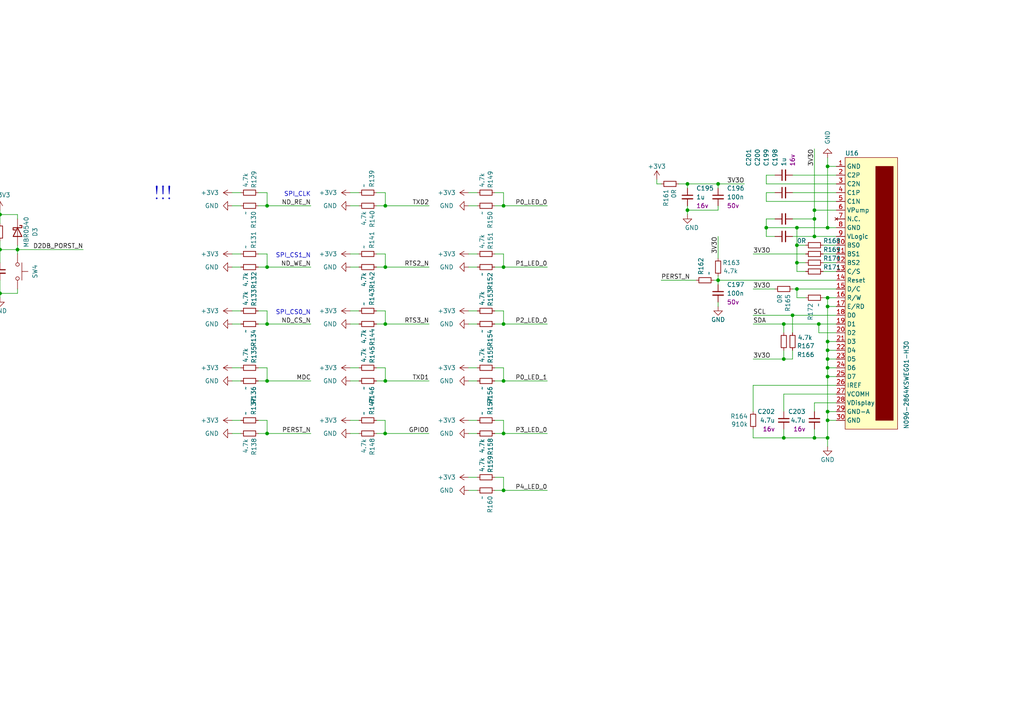
<source format=kicad_sch>
(kicad_sch (version 20211123) (generator eeschema)
  (paper "A4")
  (lib_symbols
    (symbol "Connector:TestPoint" (pin_numbers hide) (pin_names (offset 0.762) hide)
      (property "Reference" "TP" (at 0 6.858 0))
      (property "Value" "TestPoint" (at 0 5.08 0))
      (symbol "TestPoint_0_1"
        (circle (center 0 3.302) (radius 0.762))
      )
      (symbol "TestPoint_1_1"
        (pin passive line (at 0 0 90) (length 2.54) (name "1") (number "1"))
      )
    )
    (symbol "Device:C_Small" (pin_numbers hide) (pin_names (offset 0.254) hide)
      (property "Reference" "C" (at 0.254 1.778 0))
      (property "Value" "C_Small" (at 0.254 -2.032 0))
      (symbol "C_Small_0_1"
        (polyline (pts (xy -1.524 -0.508) (xy 1.524 -0.508)) (stroke (width 0.3302)))
        (polyline (pts (xy -1.524 0.508) (xy 1.524 0.508)) (stroke (width 0.3048)))
      )
      (symbol "C_Small_1_1"
        (pin passive line (at 0 2.54 270) (length 2.032) (name "~") (number "1"))
        (pin passive line (at 0 -2.54 90) (length 2.032) (name "~") (number "2"))
      )
    )
    (symbol "Device:LED_Small" (pin_numbers hide) (pin_names (offset 0.254) hide)
      (property "Reference" "D" (at -1.27 3.175 0))
      (property "Value" "LED_Small" (at -4.445 -2.54 0))
      (symbol "LED_Small_0_1"
        (polyline (pts (xy -0.762 -1.016) (xy -0.762 1.016)) (stroke (width 0.254)))
        (polyline (pts (xy 1.016 0) (xy -0.762 0)))
        (polyline (pts (xy 0.762 -1.016) (xy -0.762 0) (xy 0.762 1.016) (xy 0.762 -1.016)) (stroke (width 0.254)))
        (polyline (pts (xy 0 0.762) (xy -0.508 1.27) (xy -0.254 1.27) (xy -0.508 1.27) (xy -0.508 1.016)))
        (polyline (pts (xy 0.508 1.27) (xy 0 1.778) (xy 0.254 1.778) (xy 0 1.778) (xy 0 1.524)))
      )
      (symbol "LED_Small_1_1"
        (pin passive line (at -2.54 0 0) (length 1.778) (name "K") (number "1"))
        (pin passive line (at 2.54 0 180) (length 1.778) (name "A") (number "2"))
      )
    )
    (symbol "Device:R_Small" (pin_numbers hide) (pin_names (offset 0.254) hide)
      (property "Reference" "R" (at 0.762 0.508 0))
      (property "Value" "R_Small" (at 0.762 -1.016 0))
      (symbol "R_Small_0_1"
        (rectangle (start -0.762 1.778) (end 0.762 -1.778) (stroke (width 0.2032)))
      )
      (symbol "R_Small_1_1"
        (pin passive line (at 0 2.54 270) (length 0.762) (name "~") (number "1"))
        (pin passive line (at 0 -2.54 90) (length 0.762) (name "~") (number "2"))
      )
    )
    (symbol "Diode:MBR0540" (pin_numbers hide) (pin_names (offset 1.016) hide)
      (property "Reference" "D" (at 0 2.54 0))
      (property "Value" "MBR0540" (at 0 -2.54 0))
      (symbol "MBR0540_0_1"
        (polyline (pts (xy 1.27 0) (xy -1.27 0)))
        (polyline (pts (xy 1.27 1.27) (xy 1.27 -1.27) (xy -1.27 0) (xy 1.27 1.27)) (stroke (width 0.254)))
        (polyline (pts (xy -1.905 0.635) (xy -1.905 1.27) (xy -1.27 1.27) (xy -1.27 -1.27) (xy -0.635 -1.27) (xy -0.635 -0.635)) (stroke (width 0.254)))
      )
      (symbol "MBR0540_1_1"
        (pin passive line (at -3.81 0 0) (length 2.54) (name "K") (number "1"))
        (pin passive line (at 3.81 0 180) (length 2.54) (name "A") (number "2"))
      )
    )
    (symbol "MAS_Module:SSD1306-OLED-0.96"
      (property "Reference" "U" (at -1.27 3.81 0))
      (property "Value" "SSD1306-OLED-0.96" (at -1.27 6.35 0))
      (symbol "SSD1306-OLED-0.96_0_1"
        (rectangle (start 0 2.54) (end 15.24 -76.2) (fill (type background)))
        (rectangle (start 8.89 0) (end 13.97 -73.66) (fill (type outline)))
      )
      (symbol "SSD1306-OLED-0.96_1_1"
        (pin power_in line (at -2.54 0 0) (length 2.54) (name "GND") (number "1"))
        (pin input line (at -2.54 -22.86 0) (length 2.54) (name "BS0") (number "10"))
        (pin input line (at -2.54 -25.4 0) (length 2.54) (name "BS1") (number "11"))
        (pin input line (at -2.54 -27.94 0) (length 2.54) (name "BS2") (number "12"))
        (pin input line (at -2.54 -30.48 0) (length 2.54) (name "C/S") (number "13"))
        (pin input line (at -2.54 -33.02 0) (length 2.54) (name "Reset") (number "14"))
        (pin input line (at -2.54 -35.56 0) (length 2.54) (name "D/C") (number "15"))
        (pin input line (at -2.54 -38.1 0) (length 2.54) (name "R/W") (number "16"))
        (pin input line (at -2.54 -40.64 0) (length 2.54) (name "E/RD") (number "17"))
        (pin input line (at -2.54 -43.18 0) (length 2.54) (name "D0") (number "18"))
        (pin input line (at -2.54 -45.72 0) (length 2.54) (name "D1") (number "19"))
        (pin bidirectional line (at -2.54 -2.54 0) (length 2.54) (name "C2P") (number "2"))
        (pin input line (at -2.54 -48.26 0) (length 2.54) (name "D2") (number "20"))
        (pin input line (at -2.54 -50.8 0) (length 2.54) (name "D3") (number "21"))
        (pin input line (at -2.54 -53.34 0) (length 2.54) (name "D4") (number "22"))
        (pin input line (at -2.54 -55.88 0) (length 2.54) (name "D5") (number "23"))
        (pin input line (at -2.54 -58.42 0) (length 2.54) (name "D6") (number "24"))
        (pin input line (at -2.54 -60.96 0) (length 2.54) (name "D7") (number "25"))
        (pin power_in line (at -2.54 -63.5 0) (length 2.54) (name "IREF") (number "26"))
        (pin power_in line (at -2.54 -66.04 0) (length 2.54) (name "VCOMH") (number "27"))
        (pin power_in line (at -2.54 -68.58 0) (length 2.54) (name "VDisplay") (number "28"))
        (pin power_in line (at -2.54 -71.12 0) (length 2.54) (name "GND-A") (number "29"))
        (pin bidirectional line (at -2.54 -5.08 0) (length 2.54) (name "C2N") (number "3"))
        (pin power_in line (at -2.54 -73.66 0) (length 2.54) (name "GND") (number "30"))
        (pin bidirectional line (at -2.54 -7.62 0) (length 2.54) (name "C1P") (number "4"))
        (pin bidirectional line (at -2.54 -10.16 0) (length 2.54) (name "C1N") (number "5"))
        (pin power_in line (at -2.54 -12.7 0) (length 2.54) (name "VPump") (number "6"))
        (pin no_connect line (at -2.54 -15.24 0) (length 2.54) (name "N.C.") (number "7"))
        (pin power_in line (at -2.54 -17.78 0) (length 2.54) (name "GND") (number "8"))
        (pin power_in line (at -2.54 -20.32 0) (length 2.54) (name "VLogic") (number "9"))
      )
    )
    (symbol "Switch:SW_Push" (pin_numbers hide) (pin_names (offset 1.016) hide)
      (property "Reference" "SW" (at 1.27 2.54 0))
      (property "Value" "SW_Push" (at 0 -1.524 0))
      (symbol "SW_Push_0_1"
        (circle (center -2.032 0) (radius 0.508))
        (polyline (pts (xy 0 1.27) (xy 0 3.048)))
        (polyline (pts (xy 2.54 1.27) (xy -2.54 1.27)))
        (circle (center 2.032 0) (radius 0.508))
        (pin passive line (at -5.08 0 0) (length 2.54) (name "1") (number "1"))
        (pin passive line (at 5.08 0 180) (length 2.54) (name "2") (number "2"))
      )
    )
    (symbol "Transistor_BJT:BC817" (pin_names (offset 0) hide)
      (property "Reference" "Q" (at 5.08 1.905 0))
      (property "Value" "BC817" (at 5.08 0 0))
      (symbol "BC817_0_1"
        (polyline (pts (xy 0.635 0.635) (xy 2.54 2.54)))
        (polyline (pts (xy 0.635 -0.635) (xy 2.54 -2.54) (xy 2.54 -2.54)))
        (polyline (pts (xy 0.635 1.905) (xy 0.635 -1.905) (xy 0.635 -1.905)) (stroke (width 0.508)))
        (polyline (pts (xy 1.27 -1.778) (xy 1.778 -1.27) (xy 2.286 -2.286) (xy 1.27 -1.778) (xy 1.27 -1.778)) (fill (type outline)))
        (circle (center 1.27 0) (radius 2.8194) (stroke (width 0.254)))
      )
      (symbol "BC817_1_1"
        (pin input line (at -5.08 0 0) (length 5.715) (name "B") (number "1"))
        (pin passive line (at 2.54 -5.08 90) (length 2.54) (name "E") (number "2"))
        (pin passive line (at 2.54 5.08 270) (length 2.54) (name "C") (number "3"))
      )
    )
    (symbol "main-rescue:+3.3V-power" (power) (pin_names (offset 0))
      (property "Value" "+3.3V-power" (at 0 3.556 0))
      (symbol "+3.3V-power_0_1"
        (polyline (pts (xy -0.762 1.27) (xy 0 2.54)))
        (polyline (pts (xy 0 0) (xy 0 2.54)))
        (polyline (pts (xy 0 2.54) (xy 0.762 1.27)))
      )
      (symbol "+3.3V-power_1_1"
        (pin power_in line (at 0 0 90) (length 0) hide (name "+3V3") (number "1"))
      )
    )
    (symbol "power:GND" (power) (pin_names (offset 0))
      (property "Value" "GND" (at 0 -3.81 0))
      (symbol "GND_0_1"
        (polyline (pts (xy 0 0) (xy 0 -1.27) (xy 1.27 -1.27) (xy 0 -2.54) (xy -1.27 -1.27) (xy 0 -1.27)))
      )
      (symbol "GND_1_1"
        (pin power_in line (at 0 0 270) (length 0) hide (name "GND") (number "1"))
      )
    )
  )
  (junction (at 208.28 53.34))
  (junction (at 236.22 60.96))
  (junction (at 208.28 81.28))
  (junction (at 240.03 99.06))
  (junction (at 240.03 104.14))
  (junction (at 240.03 119.38))
  (junction (at 5.08 72.39))
  (junction (at 236.22 63.5))
  (junction (at -54.61 114.3))
  (junction (at 146.05 142.24))
  (junction (at 146.05 93.98))
  (junction (at 111.76 93.98))
  (junction (at 231.14 66.04))
  (junction (at 240.03 101.6))
  (junction (at 146.05 77.47))
  (junction (at 240.03 66.04))
  (junction (at 240.03 106.68))
  (junction (at 111.7147 125.73))
  (junction (at 231.14 83.82))
  (junction (at 77.47 77.47))
  (junction (at 77.47 93.98))
  (junction (at 111.76 110.49))
  (junction (at 111.76 59.69))
  (junction (at 77.47 59.69))
  (junction (at 227.33 127))
  (junction (at 237.49 93.98))
  (junction (at 231.14 76.2))
  (junction (at 77.47 110.49))
  (junction (at 240.03 86.36))
  (junction (at 199.39 60.96))
  (junction (at 227.33 93.98))
  (junction (at 240.03 127))
  (junction (at -54.61 101.6))
  (junction (at 77.47 125.73))
  (junction (at 227.33 104.14))
  (junction (at 240.03 121.92))
  (junction (at 236.22 68.58))
  (junction (at 240.03 88.9))
  (junction (at 0 72.39))
  (junction (at 240.03 48.26))
  (junction (at 0 62.23))
  (junction (at 229.87 91.44))
  (junction (at 199.39 53.34))
  (junction (at 146.05 59.69))
  (junction (at 111.76 77.47))
  (junction (at 222.25 66.04))
  (junction (at 146.05 125.73))
  (junction (at 236.22 127))
  (junction (at 146.05 110.49))
  (junction (at 240.03 109.22))
  (junction (at 231.14 71.12))
  (junction (at 0 85.09))
  (wire (pts (xy 135.89 138.43) (xy 138.43 138.43)))
  (wire (pts (xy 67.31 73.66) (xy 69.85 73.66)))
  (wire (pts (xy 124.4147 125.73) (xy 111.7147 125.73)))
  (wire (pts (xy 233.68 86.36) (xy 231.14 86.36)))
  (wire (pts (xy 111.7147 125.73) (xy 111.7147 121.92)))
  (wire (pts (xy 227.33 101.6) (xy 227.33 104.14)))
  (wire (pts (xy 135.89 90.17) (xy 138.43 90.17)))
  (wire (pts (xy 111.76 77.47) (xy 111.76 73.66)))
  (wire (pts (xy 238.76 76.2) (xy 242.57 76.2)))
  (wire (pts (xy -60.96 101.6) (xy -60.96 105.41)))
  (wire (pts (xy 231.14 86.36) (xy 231.14 83.82)))
  (wire (pts (xy -107.95 105.41) (xy -118.11 105.41)))
  (wire (pts (xy 77.47 59.69) (xy 77.47 55.88)))
  (wire (pts (xy 229.87 63.5) (xy 236.22 63.5)))
  (wire (pts (xy 138.43 93.98) (xy 135.89 93.98)))
  (wire (pts (xy 74.93 125.73) (xy 77.47 125.73)))
  (wire (pts (xy 229.87 83.82) (xy 231.14 83.82)))
  (wire (pts (xy 69.85 90.17) (xy 67.31 90.17)))
  (wire (pts (xy 138.43 125.73) (xy 135.89 125.73)))
  (wire (pts (xy 233.68 78.74) (xy 231.14 78.74)))
  (wire (pts (xy 0 72.39) (xy -10.16 72.39)))
  (wire (pts (xy 236.22 68.58) (xy 242.57 68.58)))
  (wire (pts (xy 240.03 121.92) (xy 242.57 121.92)))
  (wire (pts (xy 77.47 55.88) (xy 74.93 55.88)))
  (wire (pts (xy 199.39 62.23) (xy 199.39 60.96)))
  (wire (pts (xy 208.28 81.28) (xy 207.01 81.28)))
  (wire (pts (xy 227.33 104.14) (xy 229.87 104.14)))
  (wire (pts (xy 135.89 55.88) (xy 138.43 55.88)))
  (wire (pts (xy 227.33 114.3) (xy 227.33 119.38)))
  (wire (pts (xy 158.75 59.69) (xy 146.05 59.69)))
  (wire (pts (xy 146.05 55.88) (xy 146.05 59.69)))
  (wire (pts (xy -60.96 110.49) (xy -60.96 114.3)))
  (wire (pts (xy 109.22 77.47) (xy 111.76 77.47)))
  (wire (pts (xy 5.08 83.82) (xy 5.08 85.09)))
  (wire (pts (xy 146.05 121.92) (xy 146.05 125.73)))
  (wire (pts (xy 143.51 55.88) (xy 146.05 55.88)))
  (wire (pts (xy -107.95 110.49) (xy -118.11 110.49)))
  (wire (pts (xy 5.08 72.39) (xy 24.13 72.39)))
  (wire (pts (xy 199.39 53.34) (xy 208.28 53.34)))
  (wire (pts (xy 229.87 55.88) (xy 242.57 55.88)))
  (wire (pts (xy 109.22 110.49) (xy 111.76 110.49)))
  (wire (pts (xy 0 81.28) (xy 0 85.09)))
  (wire (pts (xy 146.05 77.47) (xy 143.51 77.47)))
  (wire (pts (xy 104.14 73.66) (xy 101.6 73.66)))
  (wire (pts (xy 109.22 93.98) (xy 111.76 93.98)))
  (wire (pts (xy 222.25 50.8) (xy 224.79 50.8)))
  (wire (pts (xy 231.14 66.04) (xy 231.14 71.12)))
  (wire (pts (xy 77.47 125.73) (xy 77.47 121.92)))
  (wire (pts (xy 199.39 60.96) (xy 208.28 60.96)))
  (wire (pts (xy 229.87 50.8) (xy 242.57 50.8)))
  (wire (pts (xy 218.44 127) (xy 227.33 127)))
  (wire (pts (xy 104.14 55.88) (xy 101.6 55.88)))
  (wire (pts (xy 67.31 93.98) (xy 69.85 93.98)))
  (wire (pts (xy 67.31 55.88) (xy 69.85 55.88)))
  (wire (pts (xy 201.93 81.28) (xy 191.77 81.28)))
  (wire (pts (xy 90.17 125.73) (xy 77.47 125.73)))
  (wire (pts (xy 77.47 93.98) (xy 77.47 90.17)))
  (wire (pts (xy -54.61 113.03) (xy -54.61 114.3)))
  (wire (pts (xy 236.22 63.5) (xy 236.22 68.58)))
  (wire (pts (xy 5.08 72.39) (xy 5.08 73.66)))
  (wire (pts (xy 227.33 127) (xy 236.22 127)))
  (wire (pts (xy 143.51 121.92) (xy 146.05 121.92)))
  (wire (pts (xy 158.75 110.49) (xy 146.05 110.49)))
  (wire (pts (xy 69.85 77.47) (xy 67.31 77.47)))
  (wire (pts (xy 111.7147 121.92) (xy 109.22 121.92)))
  (wire (pts (xy 101.6 93.98) (xy 104.14 93.98)))
  (wire (pts (xy 138.43 77.47) (xy 135.89 77.47)))
  (wire (pts (xy 146.05 125.73) (xy 143.51 125.73)))
  (wire (pts (xy 69.85 59.69) (xy 67.31 59.69)))
  (wire (pts (xy 236.22 60.96) (xy 236.22 63.5)))
  (wire (pts (xy -54.61 100.33) (xy -54.61 101.6)))
  (wire (pts (xy 242.57 106.68) (xy 240.03 106.68)))
  (wire (pts (xy -129.54 99.06) (xy -129.54 101.6)))
  (wire (pts (xy 231.14 66.04) (xy 222.25 66.04)))
  (wire (pts (xy 238.76 78.74) (xy 242.57 78.74)))
  (wire (pts (xy 158.75 142.24) (xy 146.05 142.24)))
  (wire (pts (xy 199.39 54.61) (xy 199.39 53.34)))
  (wire (pts (xy 101.6 110.49) (xy 104.14 110.49)))
  (wire (pts (xy 146.05 110.49) (xy 143.51 110.49)))
  (wire (pts (xy 0 72.39) (xy 0 76.2)))
  (wire (pts (xy -43.18 71.12) (xy -45.72 71.12)))
  (wire (pts (xy 143.51 73.66) (xy 146.05 73.66)))
  (wire (pts (xy 238.76 86.36) (xy 240.03 86.36)))
  (wire (pts (xy 5.08 62.23) (xy 5.08 63.5)))
  (wire (pts (xy 67.31 125.73) (xy 69.85 125.73)))
  (wire (pts (xy 240.03 127) (xy 240.03 129.54)))
  (wire (pts (xy 242.57 99.06) (xy 240.03 99.06)))
  (wire (pts (xy 138.43 59.69) (xy 135.89 59.69)))
  (wire (pts (xy 231.14 71.12) (xy 231.14 76.2)))
  (wire (pts (xy 101.6 90.17) (xy 104.14 90.17)))
  (wire (pts (xy 222.25 53.34) (xy 222.25 50.8)))
  (wire (pts (xy 231.14 78.74) (xy 231.14 76.2)))
  (wire (pts (xy 135.89 121.92) (xy 138.43 121.92)))
  (wire (pts (xy 74.93 110.49) (xy 77.47 110.49)))
  (wire (pts (xy 90.17 59.69) (xy 77.47 59.69)))
  (wire (pts (xy -53.34 66.04) (xy -53.34 63.5)))
  (wire (pts (xy -54.61 92.71) (xy -54.61 95.25)))
  (wire (pts (xy 222.25 53.34) (xy 242.57 53.34)))
  (wire (pts (xy 218.44 73.66) (xy 233.68 73.66)))
  (wire (pts (xy 74.93 77.47) (xy 77.47 77.47)))
  (wire (pts (xy 208.28 53.34) (xy 208.28 54.61)))
  (wire (pts (xy 143.51 138.43) (xy 146.05 138.43)))
  (wire (pts (xy 146.05 110.49) (xy 146.05 106.68)))
  (wire (pts (xy 124.46 77.47) (xy 111.76 77.47)))
  (wire (pts (xy 222.25 58.42) (xy 242.57 58.42)))
  (wire (pts (xy 240.03 106.68) (xy 240.03 109.22)))
  (wire (pts (xy 222.25 63.5) (xy 224.79 63.5)))
  (wire (pts (xy 146.05 93.98) (xy 143.51 93.98)))
  (wire (pts (xy 208.28 81.28) (xy 242.57 81.28)))
  (wire (pts (xy -54.61 101.6) (xy -54.61 102.87)))
  (wire (pts (xy 158.75 93.98) (xy 146.05 93.98)))
  (wire (pts (xy 101.6 59.69) (xy 104.14 59.69)))
  (wire (pts (xy -107.95 107.95) (xy -118.11 107.95)))
  (wire (pts (xy 242.57 116.84) (xy 236.22 116.84)))
  (wire (pts (xy 237.49 93.98) (xy 237.49 96.52)))
  (wire (pts (xy 218.44 83.82) (xy 224.79 83.82)))
  (wire (pts (xy 208.28 60.96) (xy 208.28 59.69)))
  (wire (pts (xy -53.34 55.88) (xy -53.34 58.42)))
  (wire (pts (xy 77.47 73.66) (xy 74.93 73.66)))
  (wire (pts (xy 111.76 90.17) (xy 109.22 90.17)))
  (wire (pts (xy 222.25 55.88) (xy 222.25 58.42)))
  (wire (pts (xy 158.75 77.47) (xy 146.05 77.47)))
  (wire (pts (xy 242.57 119.38) (xy 240.03 119.38)))
  (wire (pts (xy -60.96 114.3) (xy -54.61 114.3)))
  (wire (pts (xy 242.57 86.36) (xy 240.03 86.36)))
  (wire (pts (xy 222.25 68.58) (xy 222.25 66.04)))
  (wire (pts (xy 240.03 104.14) (xy 240.03 106.68)))
  (wire (pts (xy 124.46 110.49) (xy 111.76 110.49)))
  (wire (pts (xy 227.33 93.98) (xy 227.33 96.52)))
  (wire (pts (xy 240.03 66.04) (xy 242.57 66.04)))
  (wire (pts (xy 5.08 85.09) (xy 0 85.09)))
  (wire (pts (xy 208.28 87.63) (xy 208.28 88.9)))
  (wire (pts (xy 90.17 77.47) (xy 77.47 77.47)))
  (wire (pts (xy 0 60.96) (xy 0 62.23)))
  (wire (pts (xy 227.33 93.98) (xy 237.49 93.98)))
  (wire (pts (xy 218.44 93.98) (xy 227.33 93.98)))
  (wire (pts (xy 191.77 53.34) (xy 190.5 53.34)))
  (wire (pts (xy 242.57 101.6) (xy 240.03 101.6)))
  (wire (pts (xy 242.57 114.3) (xy 227.33 114.3)))
  (wire (pts (xy 135.89 106.68) (xy 138.43 106.68)))
  (wire (pts (xy 138.43 142.24) (xy 135.89 142.24)))
  (wire (pts (xy 109.22 59.69) (xy 111.76 59.69)))
  (wire (pts (xy 224.79 55.88) (xy 222.25 55.88)))
  (wire (pts (xy 90.17 110.49) (xy 77.47 110.49)))
  (wire (pts (xy 124.46 93.98) (xy 111.76 93.98)))
  (wire (pts (xy 238.76 71.12) (xy 242.57 71.12)))
  (wire (pts (xy 111.76 55.88) (xy 109.22 55.88)))
  (wire (pts (xy 146.05 138.43) (xy 146.05 142.24)))
  (wire (pts (xy 101.6 125.73) (xy 104.14 125.73)))
  (wire (pts (xy 240.03 86.36) (xy 240.03 88.9)))
  (wire (pts (xy 0 69.85) (xy 0 72.39)))
  (wire (pts (xy 240.03 48.26) (xy 240.03 66.04)))
  (wire (pts (xy 190.5 53.34) (xy 190.5 52.07)))
  (wire (pts (xy 143.51 90.17) (xy 146.05 90.17)))
  (wire (pts (xy 111.76 93.98) (xy 111.76 90.17)))
  (wire (pts (xy 77.47 77.47) (xy 77.47 73.66)))
  (wire (pts (xy 0 85.09) (xy 0 86.36)))
  (wire (pts (xy 77.47 106.68) (xy 74.93 106.68)))
  (wire (pts (xy 218.44 119.38) (xy 218.44 111.76)))
  (wire (pts (xy 236.22 127) (xy 236.22 124.46)))
  (wire (pts (xy 236.22 43.18) (xy 236.22 60.96)))
  (wire (pts (xy 67.31 110.49) (xy 69.85 110.49)))
  (wire (pts (xy -41.91 101.6) (xy -54.61 101.6)))
  (wire (pts (xy -54.61 114.3) (xy -54.61 115.57)))
  (wire (pts (xy 5.08 71.12) (xy 5.08 72.39)))
  (wire (pts (xy 242.57 48.26) (xy 240.03 48.26)))
  (wire (pts (xy 218.44 111.76) (xy 242.57 111.76)))
  (wire (pts (xy -53.34 48.26) (xy -53.34 50.8)))
  (wire (pts (xy 224.79 68.58) (xy 222.25 68.58)))
  (wire (pts (xy 240.03 127) (xy 236.22 127)))
  (wire (pts (xy 240.03 99.06) (xy 240.03 101.6)))
  (wire (pts (xy 229.87 91.44) (xy 242.57 91.44)))
  (wire (pts (xy 135.89 73.66) (xy 138.43 73.66)))
  (wire (pts (xy 240.03 119.38) (xy 240.03 121.92)))
  (wire (pts (xy 0 62.23) (xy 5.08 62.23)))
  (wire (pts (xy 146.05 73.66) (xy 146.05 77.47)))
  (wire (pts (xy 218.44 124.46) (xy 218.44 127)))
  (wire (pts (xy 240.03 101.6) (xy 240.03 104.14)))
  (wire (pts (xy 199.39 59.69) (xy 199.39 60.96)))
  (wire (pts (xy 237.49 93.98) (xy 242.57 93.98)))
  (wire (pts (xy 124.46 59.69) (xy 111.76 59.69)))
  (wire (pts (xy 208.28 81.28) (xy 208.28 80.01)))
  (wire (pts (xy 196.85 53.34) (xy 199.39 53.34)))
  (wire (pts (xy 218.44 104.14) (xy 227.33 104.14)))
  (wire (pts (xy 236.22 116.84) (xy 236.22 119.38)))
  (wire (pts (xy 111.76 110.49) (xy 111.76 106.68)))
  (wire (pts (xy 242.57 96.52) (xy 237.49 96.52)))
  (wire (pts (xy -53.34 76.2) (xy -53.34 78.74)))
  (wire (pts (xy -25.4 71.12) (xy -38.1 71.12)))
  (wire (pts (xy 69.85 121.92) (xy 67.31 121.92)))
  (wire (pts (xy 109.22 125.73) (xy 111.7147 125.73)))
  (wire (pts (xy -127 99.06) (xy -129.54 99.06)))
  (wire (pts (xy 146.05 90.17) (xy 146.05 93.98)))
  (wire (pts (xy 111.76 59.69) (xy 111.76 55.88)))
  (wire (pts (xy 229.87 101.6) (xy 229.87 104.14)))
  (wire (pts (xy 143.51 106.68) (xy 146.05 106.68)))
  (wire (pts (xy 229.87 91.44) (xy 229.87 96.52)))
  (wire (pts (xy 222.25 66.04) (xy 222.25 63.5)))
  (wire (pts (xy 208.28 53.34) (xy 215.9 53.34)))
  (wire (pts (xy 111.76 73.66) (xy 109.22 73.66)))
  (wire (pts (xy 240.03 109.22) (xy 240.03 119.38)))
  (wire (pts (xy 77.47 90.17) (xy 74.93 90.17)))
  (wire (pts (xy 74.93 93.98) (xy 77.47 93.98)))
  (wire (pts (xy 242.57 104.14) (xy 240.03 104.14)))
  (wire (pts (xy 208.28 68.58) (xy 208.28 74.93)))
  (wire (pts (xy 90.17 93.98) (xy 77.47 93.98)))
  (wire (pts (xy 236.22 60.96) (xy 242.57 60.96)))
  (wire (pts (xy 227.33 124.46) (xy 227.33 127)))
  (wire (pts (xy 69.85 106.68) (xy 67.31 106.68)))
  (wire (pts (xy 138.43 110.49) (xy 135.89 110.49)))
  (wire (pts (xy 101.6 121.92) (xy 104.14 121.92)))
  (wire (pts (xy 238.76 73.66) (xy 242.57 73.66)))
  (wire (pts (xy 240.03 48.26) (xy 240.03 45.72)))
  (wire (pts (xy 77.47 110.49) (xy 77.47 106.68)))
  (wire (pts (xy 240.03 88.9) (xy 242.57 88.9)))
  (wire (pts (xy 233.68 76.2) (xy 231.14 76.2)))
  (wire (pts (xy 231.14 66.04) (xy 240.03 66.04)))
  (wire (pts (xy 0 62.23) (xy 0 64.77)))
  (wire (pts (xy 146.05 59.69) (xy 143.51 59.69)))
  (wire (pts (xy 111.76 106.68) (xy 109.22 106.68)))
  (wire (pts (xy -54.61 101.6) (xy -60.96 101.6)))
  (wire (pts (xy 74.93 59.69) (xy 77.47 59.69)))
  (wire (pts (xy 240.03 99.06) (xy 240.03 88.9)))
  (wire (pts (xy 240.03 121.92) (xy 240.03 127)))
  (wire (pts (xy 218.44 91.44) (xy 229.87 91.44)))
  (wire (pts (xy 5.08 72.39) (xy 0 72.39)))
  (wire (pts (xy 77.47 121.92) (xy 74.93 121.92)))
  (wire (pts (xy 101.6 77.47) (xy 104.14 77.47)))
  (wire (pts (xy 231.14 71.12) (xy 233.68 71.12)))
  (wire (pts (xy 158.75 125.73) (xy 146.05 125.73)))
  (wire (pts (xy 208.28 82.55) (xy 208.28 81.28)))
  (wire (pts (xy 240.03 109.22) (xy 242.57 109.22)))
  (wire (pts (xy 231.14 83.82) (xy 242.57 83.82)))
  (wire (pts (xy 104.14 106.68) (xy 101.6 106.68)))
  (wire (pts (xy 146.05 142.24) (xy 143.51 142.24)))
  (wire (pts (xy 229.87 68.58) (xy 236.22 68.58)))
  (text "!!!" (at 44.45 58.42 0) (effects (font (size 3.81 3.81)) (justify left bottom)))
  (text "SPI_CS1_N" (at 90.17 74.93 180) (effects (font (size 1.27 1.27)) (justify right bottom)))
  (text "SPI_CS0_N" (at 90.17 91.44 180) (effects (font (size 1.27 1.27)) (justify right bottom)))
  (text "SPI_CLK" (at 90.17 57.15 180) (effects (font (size 1.27 1.27)) (justify right bottom)))
  (label "ND_WE_N" (at 90.17 77.47 180))
  (label "INT" (at -118.11 110.49 0))
  (label "P3_LED_0" (at 158.75 125.73 180))
  (label "P0_LED_1" (at 158.75 110.49 180))
  (label "3V3O" (at 215.9 53.34 180))
  (label "P2_LED_0" (at 158.75 93.98 180))
  (label "MDC" (at 90.17 110.49 180))
  (label "3V3O" (at 208.28 68.58 270))
  (label "3V3O" (at 218.44 83.82 0))
  (label "SDA" (at -118.11 105.41 0))
  (label "TXD1" (at 124.46 110.49 180))
  (label "WPS" (at -41.91 101.6 180))
  (label "TXD2" (at 124.46 59.69 180))
  (label "3V3O" (at 218.44 73.66 0))
  (label "PG" (at -10.16 72.39 0))
  (label "SDA" (at 218.44 93.98 0))
  (label "P4_LED_0" (at 158.75 142.24 180))
  (label "SCL" (at -118.11 107.95 0))
  (label "ND_RE_N" (at 90.17 59.69 180))
  (label "SCL" (at 218.44 91.44 0))
  (label "RTS2_N" (at 124.46 77.47 180))
  (label "D2DB_PORST_N" (at 24.13 72.39 180))
  (label "3V3O" (at 236.22 43.18 270))
  (label "P0_LED_0" (at 158.75 59.69 180))
  (label "GPIO0" (at 124.4147 125.73 180))
  (label "PERST_N" (at 191.77 81.28 0))
  (label "RTS3_N" (at 124.46 93.98 180))
  (label "POWER_LED" (at -25.4 71.12 180))
  (label "3V3O" (at 218.44 104.14 0))
  (label "ND_CS_N" (at 90.17 93.98 180))
  (label "PERST_N" (at 90.17 125.73 180))
  (label "P1_LED_0" (at 158.75 77.47 180))
  (symbol (lib_id "Device:R_Small") (at 236.22 86.36 270) (mirror x) (unit 1)
    (property "Reference" "R172" (at 235.0516 87.8586 0) (effects (justify right)))
    (property "Value" "~" (at 237.363 87.8586 0) (effects (justify right)))
    (property "Footprint" "Resistor_SMD:R_0603_1608Metric" (effects hide))
  )
  (symbol (lib_id "Device:R_Small") (at -53.34 53.34 0) (mirror x) (unit 1)
    (property "Reference" "R126" (at -54.8386 52.1716 0) (effects (justify right)))
    (property "Value" "470R" (at -54.8386 54.483 0) (effects (justify right)))
    (property "Footprint" "Resistor_SMD:R_0805_2012Metric" (effects hide))
    (property "chipdip" "9000079478" (effects hide))
    (property "Coefficient" "5%" (effects hide))
    (property "lcsc" "C17710" (effects hide))
  )
  (symbol (lib_id "Device:R_Small") (at 236.22 71.12 90) (mirror x) (unit 1)
    (property "Reference" "R168" (at 238.76 69.85 90) (effects (justify right)))
    (property "Value" "0R" (at 231.14 69.85 90) (effects (justify right)))
    (property "Footprint" "Resistor_SMD:R_0603_1608Metric" (effects hide))
    (property "lcsc" "C21189" (effects hide))
    (property "Coefficient" "1%" (effects hide))
  )
  (symbol (lib_id "power:GND") (at 208.28 88.9 0) (unit 1)
    (property "Reference" "#PWR0243" (effects hide))
    (property "Value" "GND" (at 208.28 92.71 0))
  )
  (symbol (lib_id "power:GND") (at 199.39 62.23 0) (mirror y) (unit 1)
    (property "Reference" "#PWR0242" (effects hide))
    (property "Value" "GND" (at 200.66 66.04 0))
  )
  (symbol (lib_id "Device:R_Small") (at 140.97 59.69 90) (unit 1)
    (property "Reference" "R150" (at 142.1384 61.1886 0) (effects (justify right)))
    (property "Value" "~" (at 139.827 61.1886 0) (effects (justify right)))
    (property "Footprint" "Resistor_SMD:R_0603_1608Metric" (effects hide))
  )
  (symbol (lib_id "power:GND") (at 240.03 129.54 0) (mirror y) (unit 1)
    (property "Reference" "#PWR0244" (effects hide))
    (property "Value" "GND" (at 240.03 133.35 0))
  )
  (symbol (lib_id "Device:R_Small") (at 194.31 53.34 270) (mirror x) (unit 1)
    (property "Reference" "R161" (at 193.1416 54.8386 0) (effects (justify right)))
    (property "Value" "0R" (at 195.453 54.8386 0) (effects (justify right)))
    (property "Footprint" "Resistor_SMD:R_0603_1608Metric" (effects hide))
    (property "lcsc" "C21189" (effects hide))
    (property "Coefficient" "1%" (effects hide))
  )
  (symbol (lib_id "Device:R_Small") (at 140.97 125.73 90) (unit 1)
    (property "Reference" "R158" (at 142.24 127 0) (effects (justify right)))
    (property "Value" "4.7k" (at 139.827 127.2286 0) (effects (justify right)))
    (property "Footprint" "Resistor_SMD:R_0603_1608Metric" (effects hide))
    (property "lcsc" "C23162" (effects hide))
    (property "Coefficient" "1%" (effects hide))
  )
  (symbol (lib_id "main-rescue:+3.3V-power") (at 135.89 106.68 90) (mirror x) (unit 1)
    (property "Reference" "#U0135" (effects hide))
    (property "Value" "+3.3V" (at 129.54 106.68 90))
  )
  (symbol (lib_id "main-rescue:+3.3V-power") (at 67.31 121.92 90) (mirror x) (unit 1)
    (property "Reference" "#U0133" (effects hide))
    (property "Value" "+3.3V" (at 63.5 121.92 90) (effects (justify left)))
  )
  (symbol (lib_id "power:GND") (at 67.31 93.98 270) (unit 1)
    (property "Reference" "#PWR0253" (effects hide))
    (property "Value" "GND" (at 63.5 93.98 90) (effects (justify right)))
  )
  (symbol (lib_id "Device:R_Small") (at 106.68 110.49 90) (unit 1)
    (property "Reference" "R146" (at 107.8484 111.9886 0) (effects (justify right)))
    (property "Value" "~" (at 105.537 111.9886 0) (effects (justify right)))
    (property "Footprint" "Resistor_SMD:R_0603_1608Metric" (effects hide))
  )
  (symbol (lib_id "Device:R_Small") (at 106.68 90.17 90) (mirror x) (unit 1)
    (property "Reference" "R143" (at 107.8484 88.6714 0) (effects (justify right)))
    (property "Value" "~" (at 105.537 88.6714 0) (effects (justify right)))
    (property "Footprint" "Resistor_SMD:R_0603_1608Metric" (effects hide))
  )
  (symbol (lib_id "power:GND") (at 101.6 77.47 270) (unit 1)
    (property "Reference" "#PWR0260" (effects hide))
    (property "Value" "GND" (at 97.79 77.47 90) (effects (justify right)))
  )
  (symbol (lib_id "Device:R_Small") (at 236.22 78.74 90) (mirror x) (unit 1)
    (property "Reference" "R171" (at 238.76 77.47 90) (effects (justify right)))
    (property "Value" "0R" (effects hide))
    (property "Footprint" "Resistor_SMD:R_0603_1608Metric" (effects hide))
    (property "lcsc" "C21189" (effects hide))
    (property "Coefficient" "1%" (effects hide))
  )
  (symbol (lib_id "Device:R_Small") (at 72.39 59.69 90) (unit 1)
    (property "Reference" "R130" (at 73.5584 61.1886 0) (effects (justify right)))
    (property "Value" "~" (at 71.247 61.1886 0) (effects (justify right)))
    (property "Footprint" "Resistor_SMD:R_0603_1608Metric" (effects hide))
  )
  (symbol (lib_id "power:GND") (at 135.89 93.98 270) (unit 1)
    (property "Reference" "#PWR0256" (effects hide))
    (property "Value" "GND" (at 129.54 93.98 90))
  )
  (symbol (lib_id "main-rescue:+3.3V-power") (at 135.89 138.43 90) (mirror x) (unit 1)
    (property "Reference" "#U0127" (effects hide))
    (property "Value" "+3.3V" (at 129.54 138.43 90))
  )
  (symbol (lib_id "main-rescue:+3.3V-power") (at 101.6 90.17 90) (mirror x) (unit 1)
    (property "Reference" "#U0136" (effects hide))
    (property "Value" "+3.3V" (at 97.79 90.17 90) (effects (justify left)))
  )
  (symbol (lib_id "Device:R_Small") (at 106.68 125.73 90) (unit 1)
    (property "Reference" "R148" (at 107.95 127 0) (effects (justify right)))
    (property "Value" "4.7k" (at 105.537 127.2286 0) (effects (justify right)))
    (property "Footprint" "Resistor_SMD:R_0603_1608Metric" (effects hide))
    (property "lcsc" "C23162" (effects hide))
    (property "Coefficient" "1%" (effects hide))
  )
  (symbol (lib_id "power:GND") (at 135.89 142.24 270) (unit 1)
    (property "Reference" "#PWR0247" (effects hide))
    (property "Value" "GND" (at 129.54 142.24 90))
  )
  (symbol (lib_id "Device:C_Small") (at 236.22 121.92 0) (mirror y) (unit 1)
    (property "Reference" "C203" (at 233.68 119.38 0) (effects (justify left)))
    (property "Value" "4.7u" (at 233.68 121.92 0) (effects (justify left)))
    (property "Footprint" "Capacitor_SMD:C_0805_2012Metric" (effects hide))
    (property "chipdip" "9000103928" (effects hide))
    (property "lcsc" "C1779" (effects hide))
    (property "Coefficient" "X7R" (effects hide))
    (property "Voltage" "16v" (at 233.68 124.46 0) (effects (justify left)))
  )
  (symbol (lib_id "Device:R_Small") (at 106.68 77.47 90) (unit 1)
    (property "Reference" "R142" (at 107.95 78.74 0) (effects (justify right)))
    (property "Value" "4.7k" (at 105.537 78.9686 0) (effects (justify right)))
    (property "Footprint" "Resistor_SMD:R_0603_1608Metric" (effects hide))
    (property "lcsc" "C23162" (effects hide))
    (property "Coefficient" "1%" (effects hide))
  )
  (symbol (lib_id "Device:R_Small") (at -54.61 97.79 0) (unit 1)
    (property "Reference" "R125" (at -56.1086 98.9584 0) (effects (justify right)))
    (property "Value" "10k" (at -56.1086 96.647 0) (effects (justify right)))
    (property "Footprint" "Resistor_SMD:R_0603_1608Metric" (effects hide))
    (property "lcsc" "C25804" (effects hide))
    (property "Coefficient" "1%" (effects hide))
  )
  (symbol (lib_id "Device:R_Small") (at 140.97 93.98 90) (unit 1)
    (property "Reference" "R154" (at 142.1384 95.4786 0) (effects (justify right)))
    (property "Value" "~" (at 139.827 95.4786 0) (effects (justify right)))
    (property "Footprint" "Resistor_SMD:R_0603_1608Metric" (effects hide))
  )
  (symbol (lib_id "Device:R_Small") (at 204.47 81.28 270) (unit 1)
    (property "Reference" "R162" (at 203.3016 79.7814 0) (effects (justify right)))
    (property "Value" "~" (at 205.613 79.7814 0) (effects (justify right)))
    (property "Footprint" "Resistor_SMD:R_0603_1608Metric" (effects hide))
  )
  (symbol (lib_id "Device:R_Small") (at 140.97 73.66 90) (mirror x) (unit 1)
    (property "Reference" "R151" (at 142.24 72.39 0) (effects (justify right)))
    (property "Value" "4.7k" (at 139.827 72.1614 0) (effects (justify right)))
    (property "Footprint" "Resistor_SMD:R_0603_1608Metric" (effects hide))
    (property "lcsc" "C23162" (effects hide))
    (property "Coefficient" "1%" (effects hide))
  )
  (symbol (lib_id "main-rescue:+3.3V-power") (at -53.34 48.26 0) (mirror y) (unit 1)
    (property "Reference" "#U0144" (effects hide))
    (property "Value" "+3.3V" (at -53.721 43.8658 0))
  )
  (symbol (lib_id "Device:R_Small") (at 140.97 121.92 90) (mirror x) (unit 1)
    (property "Reference" "R157" (at 142.1384 120.4214 0) (effects (justify right)))
    (property "Value" "~" (at 139.827 120.4214 0) (effects (justify right)))
    (property "Footprint" "Resistor_SMD:R_0603_1608Metric" (effects hide))
  )
  (symbol (lib_id "main-rescue:+3.3V-power") (at 67.31 55.88 90) (mirror x) (unit 1)
    (property "Reference" "#U0141" (effects hide))
    (property "Value" "+3.3V" (at 63.5 55.88 90) (effects (justify left)))
  )
  (symbol (lib_id "Connector:TestPoint") (at -107.95 107.95 270) (unit 1) (in_bom no)
    (property "Reference" "TP33" (at -105.41 109.22 90) (effects (justify right)))
    (property "Value" "TestPoint" (effects hide))
    (property "Footprint" "TestPoint:TestPoint_Pad_D1.0mm" (effects hide))
  )
  (symbol (lib_id "Device:R_Small") (at 106.68 55.88 90) (mirror x) (unit 1)
    (property "Reference" "R139" (at 107.8484 54.3814 0) (effects (justify right)))
    (property "Value" "~" (at 105.537 54.3814 0) (effects (justify right)))
    (property "Footprint" "Resistor_SMD:R_0603_1608Metric" (effects hide))
  )
  (symbol (lib_id "Diode:MBR0540") (at 5.08 67.31 270) (unit 1)
    (property "Reference" "D3" (at 10.16 67.31 0))
    (property "Value" "MBR0540" (at 7.62 67.31 0))
    (property "Footprint" "Diode_SMD:D_SOD-123" (effects hide))
    (property "Datasheet" "http://www.mccsemi.com/up_pdf/MBR0520~MBR0580(SOD123).pdf" (effects hide))
    (property "promelec" "112220" (effects hide))
    (property "chipdip" "9000072378" (effects hide))
  )
  (symbol (lib_id "Device:R_Small") (at 229.87 99.06 0) (mirror y) (unit 1)
    (property "Reference" "R167" (at 231.14 100.33 0) (effects (justify right)))
    (property "Value" "4.7k" (at 231.3686 97.917 0) (effects (justify right)))
    (property "Footprint" "Resistor_SMD:R_0603_1608Metric" (effects hide))
    (property "lcsc" "C23162" (effects hide))
    (property "Coefficient" "1%" (effects hide))
  )
  (symbol (lib_id "main-rescue:+3.3V-power") (at 101.6 121.92 90) (mirror x) (unit 1)
    (property "Reference" "#U0138" (effects hide))
    (property "Value" "+3.3V" (at 97.79 121.92 90) (effects (justify left)))
  )
  (symbol (lib_id "main-rescue:+3.3V-power") (at 135.89 73.66 90) (mirror x) (unit 1)
    (property "Reference" "#U0128" (effects hide))
    (property "Value" "+3.3V" (at 129.54 73.66 90))
  )
  (symbol (lib_id "Device:R_Small") (at 236.22 73.66 90) (mirror x) (unit 1)
    (property "Reference" "R169" (at 238.76 72.39 90) (effects (justify right)))
    (property "Value" "0R" (effects hide))
    (property "Footprint" "Resistor_SMD:R_0603_1608Metric" (effects hide))
    (property "lcsc" "C21189" (effects hide))
    (property "Coefficient" "1%" (effects hide))
  )
  (symbol (lib_id "Device:R_Small") (at 106.68 59.69 90) (unit 1)
    (property "Reference" "R140" (at 107.95 60.96 0) (effects (justify right)))
    (property "Value" "4.7k" (at 105.537 61.1886 0) (effects (justify right)))
    (property "Footprint" "Resistor_SMD:R_0603_1608Metric" (effects hide))
    (property "lcsc" "C23162" (effects hide))
    (property "Coefficient" "1%" (effects hide))
  )
  (symbol (lib_id "Device:C_Small") (at -60.96 107.95 0) (mirror y) (unit 1)
    (property "Reference" "C193" (at -63.5 105.41 0) (effects (justify left)))
    (property "Value" "100n" (at -63.5 107.95 0) (effects (justify left)))
    (property "Footprint" "Capacitor_SMD:C_0603_1608Metric" (effects hide))
    (property "lcsc" "C14663" (effects hide))
    (property "Coefficient" "X7R" (effects hide))
    (property "Voltage" "50v" (at -63.5 110.49 0) (effects (justify left)))
  )
  (symbol (lib_id "Device:R_Small") (at 72.39 90.17 90) (mirror x) (unit 1)
    (property "Reference" "R133" (at 73.66 88.9 0) (effects (justify right)))
    (property "Value" "4.7k" (at 71.247 88.6714 0) (effects (justify right)))
    (property "Footprint" "Resistor_SMD:R_0603_1608Metric" (effects hide))
    (property "lcsc" "C23162" (effects hide))
    (property "Coefficient" "1%" (effects hide))
  )
  (symbol (lib_id "main-rescue:+3.3V-power") (at -54.61 92.71 0) (mirror y) (unit 1)
    (property "Reference" "#U0143" (effects hide))
    (property "Value" "+3.3V" (at -54.991 88.3158 0))
  )
  (symbol (lib_id "Device:R_Small") (at 72.39 93.98 90) (unit 1)
    (property "Reference" "R134" (at 73.5584 95.4786 0) (effects (justify right)))
    (property "Value" "~" (at 71.247 95.4786 0) (effects (justify right)))
    (property "Footprint" "Resistor_SMD:R_0603_1608Metric" (effects hide))
  )
  (symbol (lib_id "Device:R_Small") (at 140.97 77.47 90) (unit 1)
    (property "Reference" "R152" (at 142.1384 78.9686 0) (effects (justify right)))
    (property "Value" "~" (at 139.827 78.9686 0) (effects (justify right)))
    (property "Footprint" "Resistor_SMD:R_0603_1608Metric" (effects hide))
  )
  (symbol (lib_id "Device:R_Small") (at 72.39 125.73 90) (unit 1)
    (property "Reference" "R138" (at 73.66 127 0) (effects (justify right)))
    (property "Value" "4.7k" (at 71.247 127.2286 0) (effects (justify right)))
    (property "Footprint" "Resistor_SMD:R_0603_1608Metric" (effects hide))
    (property "lcsc" "C23162" (effects hide))
    (property "Coefficient" "1%" (effects hide))
  )
  (symbol (lib_id "Device:C_Small") (at 227.33 50.8 90) (unit 1)
    (property "Reference" "C198" (at 224.79 48.26 0) (effects (justify left)))
    (property "Value" "1u" (at 227.33 48.26 0) (effects (justify left)))
    (property "Footprint" "Capacitor_SMD:C_0805_2012Metric" (effects hide))
    (property "lcsc" "C93816" (effects hide))
    (property "Coefficient" "X7R" (effects hide))
    (property "Voltage" "16v" (at 229.87 48.26 0) (effects (justify left)))
  )
  (symbol (lib_id "main-rescue:+3.3V-power") (at 101.6 55.88 90) (mirror x) (unit 1)
    (property "Reference" "#U0139" (effects hide))
    (property "Value" "+3.3V" (at 97.79 55.88 90) (effects (justify left)))
  )
  (symbol (lib_id "Device:R_Small") (at 106.68 73.66 90) (mirror x) (unit 1)
    (property "Reference" "R141" (at 107.8484 72.1614 0) (effects (justify right)))
    (property "Value" "~" (at 105.537 72.1614 0) (effects (justify right)))
    (property "Footprint" "Resistor_SMD:R_0603_1608Metric" (effects hide))
  )
  (symbol (lib_id "power:GND") (at 240.03 45.72 0) (mirror x) (unit 1)
    (property "Reference" "#PWR0241" (effects hide))
    (property "Value" "GND" (at 240.03 41.91 90) (effects (justify right)))
  )
  (symbol (lib_id "Device:R_Small") (at 72.39 106.68 90) (mirror x) (unit 1)
    (property "Reference" "R135" (at 73.66 105.41 0) (effects (justify right)))
    (property "Value" "4.7k" (at 71.247 105.1814 0) (effects (justify right)))
    (property "Footprint" "Resistor_SMD:R_0603_1608Metric" (effects hide))
    (property "lcsc" "C23162" (effects hide))
    (property "Coefficient" "1%" (effects hide))
  )
  (symbol (lib_id "main-rescue:+3.3V-power") (at 0 60.96 0) (unit 1)
    (property "Reference" "#U0142" (effects hide))
    (property "Value" "+3.3V" (at 0.381 56.5658 0))
  )
  (symbol (lib_id "Device:R_Small") (at 72.39 55.88 90) (mirror x) (unit 1)
    (property "Reference" "R129" (at 73.66 54.61 0) (effects (justify right)))
    (property "Value" "4.7k" (at 71.247 54.3814 0) (effects (justify right)))
    (property "Footprint" "Resistor_SMD:R_0603_1608Metric" (effects hide))
    (property "lcsc" "C23162" (effects hide))
    (property "Coefficient" "1%" (effects hide))
  )
  (symbol (lib_id "power:GND") (at 67.31 110.49 270) (unit 1)
    (property "Reference" "#PWR0254" (effects hide))
    (property "Value" "GND" (at 63.5 110.49 90) (effects (justify right)))
  )
  (symbol (lib_id "Device:C_Small") (at 199.39 57.15 0) (unit 1)
    (property "Reference" "C195" (at 201.93 54.61 0) (effects (justify left)))
    (property "Value" "1u" (at 201.93 57.15 0) (effects (justify left)))
    (property "Footprint" "Capacitor_SMD:C_0805_2012Metric" (effects hide))
    (property "lcsc" "C93816" (effects hide))
    (property "Coefficient" "X7R" (effects hide))
    (property "Voltage" "16v" (at 201.93 59.69 0) (effects (justify left)))
  )
  (symbol (lib_id "Device:R_Small") (at 140.97 138.43 90) (mirror x) (unit 1)
    (property "Reference" "R159" (at 142.24 137.16 0) (effects (justify right)))
    (property "Value" "4.7k" (at 139.827 136.9314 0) (effects (justify right)))
    (property "Footprint" "Resistor_SMD:R_0603_1608Metric" (effects hide))
    (property "lcsc" "C23162" (effects hide))
    (property "Coefficient" "1%" (effects hide))
  )
  (symbol (lib_id "Switch:SW_Push") (at 5.08 78.74 270) (unit 1)
    (property "Reference" "SW4" (at 10.16 78.74 0))
    (property "Value" "TS-1187A-B-A-B" (effects hide))
    (property "Footprint" "Button_Switch_SMD:SW_SPST_TL3342" (effects hide))
    (property "Datasheet" "https://datasheet.lcsc.com/lcsc/2002271431_XKB-Connectivity-TS-1187A-B-A-B_C318884.pdf" (effects hide))
    (property "lcsc" "C318884" (effects hide))
  )
  (symbol (lib_id "Device:R_Small") (at 140.97 110.49 90) (unit 1)
    (property "Reference" "R156" (at 142.1384 111.9886 0) (effects (justify right)))
    (property "Value" "~" (at 139.827 111.9886 0) (effects (justify right)))
    (property "Footprint" "Resistor_SMD:R_0603_1608Metric" (effects hide))
  )
  (symbol (lib_id "Device:R_Small") (at 0 67.31 0) (unit 1)
    (property "Reference" "R128" (at -1.4986 68.4784 0) (effects (justify right)))
    (property "Value" "100k" (at -1.4986 66.167 0) (effects (justify right)))
    (property "Footprint" "Resistor_SMD:R_0603_1608Metric" (effects hide))
    (property "lcsc" "C25803" (effects hide))
    (property "Coefficient" "1%" (effects hide))
  )
  (symbol (lib_id "Device:R_Small") (at 72.39 110.49 90) (unit 1)
    (property "Reference" "R136" (at 73.5584 111.9886 0) (effects (justify right)))
    (property "Value" "~" (at 71.247 111.9886 0) (effects (justify right)))
    (property "Footprint" "Resistor_SMD:R_0603_1608Metric" (effects hide))
  )
  (symbol (lib_id "Device:R_Small") (at 218.44 121.92 0) (mirror x) (unit 1)
    (property "Reference" "R164" (at 216.9414 120.7516 0) (effects (justify right)))
    (property "Value" "910k" (at 216.9414 123.063 0) (effects (justify right)))
    (property "Footprint" "Resistor_SMD:R_0603_1608Metric" (effects hide))
    (property "lcsc" "C365224" (effects hide))
    (property "Coefficient" "1%" (effects hide))
  )
  (symbol (lib_id "MAS_Module:SSD1306-OLED-0.96") (at 245.11 48.26 0) (unit 1)
    (property "Reference" "U16" (at 245.11 44.45 0) (effects (justify left)))
    (property "Value" "N096-2864KSWEG01-H30" (at 262.89 124.46 90) (effects (justify left)))
    (property "Footprint" "MAS_Package_nostd:SSD1306-oled-0.96" (effects hide))
    (property "Datasheet" "https://www.winstar.com.tw/uploads/files/c594deb7d7746375c14ca187463091d6.pdf" (effects hide))
    (property "lcsc" "C2890596" (effects hide))
  )
  (symbol (lib_id "Device:C_Small") (at 227.33 121.92 0) (mirror y) (unit 1)
    (property "Reference" "C202" (at 224.79 119.38 0) (effects (justify left)))
    (property "Value" "4.7u" (at 224.79 121.92 0) (effects (justify left)))
    (property "Footprint" "Capacitor_SMD:C_0805_2012Metric" (effects hide))
    (property "chipdip" "9000103928" (effects hide))
    (property "lcsc" "C1779" (effects hide))
    (property "Coefficient" "X7R" (effects hide))
    (property "Voltage" "16v" (at 224.79 124.46 0) (effects (justify left)))
  )
  (symbol (lib_id "Device:R_Small") (at -40.64 71.12 90) (mirror x) (unit 1)
    (property "Reference" "R127" (at -39.4716 69.6214 0) (effects (justify right)))
    (property "Value" "1k" (at -41.783 69.6214 0) (effects (justify right)))
    (property "Footprint" "Resistor_SMD:R_0603_1608Metric" (effects hide))
    (property "lcsc" "C21190" (effects hide))
    (property "Coefficient" "1%" (effects hide))
  )
  (symbol (lib_id "Connector:TestPoint") (at -127 99.06 270) (unit 1) (in_bom no)
    (property "Reference" "TP31" (at -124.46 100.33 90) (effects (justify right)))
    (property "Value" "TestPoint" (effects hide))
    (property "Footprint" "TestPoint:TestPoint_Pad_D1.0mm" (effects hide))
  )
  (symbol (lib_id "Device:R_Small") (at 72.39 73.66 90) (mirror x) (unit 1)
    (property "Reference" "R131" (at 73.5584 72.1614 0) (effects (justify right)))
    (property "Value" "~" (at 71.247 72.1614 0) (effects (justify right)))
    (property "Footprint" "Resistor_SMD:R_0603_1608Metric" (effects hide))
  )
  (symbol (lib_id "Device:R_Small") (at 140.97 142.24 90) (unit 1)
    (property "Reference" "R160" (at 142.1384 143.7386 0) (effects (justify right)))
    (property "Value" "~" (at 139.827 143.7386 0) (effects (justify right)))
    (property "Footprint" "Resistor_SMD:R_0603_1608Metric" (effects hide))
  )
  (symbol (lib_id "Switch:SW_Push") (at -54.61 107.95 270) (unit 1)
    (property "Reference" "SW3" (at -49.53 107.95 0))
    (property "Value" "TS-1187A-B-A-B" (effects hide))
    (property "Footprint" "Button_Switch_SMD:SW_SPST_TL3342" (effects hide))
    (property "Datasheet" "https://datasheet.lcsc.com/lcsc/2002271431_XKB-Connectivity-TS-1187A-B-A-B_C318884.pdf" (effects hide))
    (property "lcsc" "C318884" (effects hide))
  )
  (symbol (lib_id "Connector:TestPoint") (at -107.95 110.49 270) (unit 1) (in_bom no)
    (property "Reference" "TP34" (at -105.41 111.76 90) (effects (justify right)))
    (property "Value" "TestPoint" (effects hide))
    (property "Footprint" "TestPoint:TestPoint_Pad_D1.0mm" (effects hide))
  )
  (symbol (lib_id "Device:C_Small") (at 227.33 63.5 90) (unit 1)
    (property "Reference" "C200" (at 219.71 48.26 0) (effects (justify left)))
    (property "Value" "1u" (effects hide))
    (property "Footprint" "Capacitor_SMD:C_0805_2012Metric" (effects hide))
    (property "lcsc" "C93816" (effects hide))
    (property "Coefficient" "X7R" (effects hide))
    (property "Voltage" "16v" (effects hide))
  )
  (symbol (lib_id "power:GND") (at 135.89 77.47 270) (unit 1)
    (property "Reference" "#PWR0249" (effects hide))
    (property "Value" "GND" (at 129.54 77.47 90))
  )
  (symbol (lib_id "Device:R_Small") (at 106.68 121.92 90) (mirror x) (unit 1)
    (property "Reference" "R147" (at 107.8484 120.4214 0) (effects (justify right)))
    (property "Value" "~" (at 105.537 120.4214 0) (effects (justify right)))
    (property "Footprint" "Resistor_SMD:R_0603_1608Metric" (effects hide))
  )
  (symbol (lib_id "Transistor_BJT:BC817") (at -50.8 71.12 0) (mirror y) (unit 1)
    (property "Reference" "Q4" (at -55.88 69.85 0) (effects (justify left)))
    (property "Value" "BC817" (at -55.88 72.39 0) (effects (justify left)))
    (property "Footprint" "Package_TO_SOT_SMD:SOT-23" (effects hide))
    (property "Datasheet" "https://www.onsemi.com/pub/Collateral/BC818-D.pdf" (effects hide))
    (property "lcsc" "C85078" (effects hide))
  )
  (symbol (lib_id "Device:R_Small") (at 140.97 90.17 90) (mirror x) (unit 1)
    (property "Reference" "R153" (at 142.24 88.9 0) (effects (justify right)))
    (property "Value" "4.7k" (at 139.827 88.6714 0) (effects (justify right)))
    (property "Footprint" "Resistor_SMD:R_0603_1608Metric" (effects hide))
    (property "lcsc" "C23162" (effects hide))
    (property "Coefficient" "1%" (effects hide))
  )
  (symbol (lib_id "power:GND") (at 135.89 110.49 270) (unit 1)
    (property "Reference" "#PWR0255" (effects hide))
    (property "Value" "GND" (at 129.54 110.49 90))
  )
  (symbol (lib_id "power:GND") (at 101.6 110.49 270) (unit 1)
    (property "Reference" "#PWR0258" (effects hide))
    (property "Value" "GND" (at 97.79 110.49 90) (effects (justify right)))
  )
  (symbol (lib_id "main-rescue:+3.3V-power") (at 67.31 73.66 90) (mirror x) (unit 1)
    (property "Reference" "#U0130" (effects hide))
    (property "Value" "+3.3V" (at 63.5 73.66 90) (effects (justify left)))
  )
  (symbol (lib_id "Device:R_Small") (at 106.68 106.68 90) (mirror x) (unit 1)
    (property "Reference" "R145" (at 107.95 105.41 0) (effects (justify right)))
    (property "Value" "4.7k" (at 105.537 105.1814 0) (effects (justify right)))
    (property "Footprint" "Resistor_SMD:R_0603_1608Metric" (effects hide))
    (property "lcsc" "C23162" (effects hide))
    (property "Coefficient" "1%" (effects hide))
  )
  (symbol (lib_id "power:GND") (at 67.31 125.73 270) (unit 1)
    (property "Reference" "#PWR0250" (effects hide))
    (property "Value" "GND" (at 63.5 125.73 90) (effects (justify right)))
  )
  (symbol (lib_id "Device:C_Small") (at 227.33 68.58 90) (unit 1)
    (property "Reference" "C201" (at 217.17 48.26 0) (effects (justify left)))
    (property "Value" "1u" (effects hide))
    (property "Footprint" "Capacitor_SMD:C_0805_2012Metric" (effects hide))
    (property "lcsc" "C93816" (effects hide))
    (property "Coefficient" "X7R" (effects hide))
    (property "Voltage" "16v" (effects hide))
  )
  (symbol (lib_id "Device:C_Small") (at 208.28 85.09 0) (unit 1)
    (property "Reference" "C197" (at 210.82 82.55 0) (effects (justify left)))
    (property "Value" "100n" (at 210.82 85.09 0) (effects (justify left)))
    (property "Footprint" "Capacitor_SMD:C_0603_1608Metric" (effects hide))
    (property "lcsc" "C14663" (effects hide))
    (property "Coefficient" "X7R" (effects hide))
    (property "Voltage" "50v" (at 210.82 87.63 0) (effects (justify left)))
  )
  (symbol (lib_id "main-rescue:+3.3V-power") (at 67.31 90.17 90) (mirror x) (unit 1)
    (property "Reference" "#U0131" (effects hide))
    (property "Value" "+3.3V" (at 63.5 90.17 90) (effects (justify left)))
  )
  (symbol (lib_id "Connector:TestPoint") (at -107.95 105.41 270) (unit 1) (in_bom no)
    (property "Reference" "TP32" (at -105.41 106.68 90) (effects (justify right)))
    (property "Value" "TestPoint" (effects hide))
    (property "Footprint" "TestPoint:TestPoint_Pad_D1.0mm" (effects hide))
  )
  (symbol (lib_id "main-rescue:+3.3V-power") (at 67.31 106.68 90) (mirror x) (unit 1)
    (property "Reference" "#U0132" (effects hide))
    (property "Value" "+3.3V" (at 63.5 106.68 90) (effects (justify left)))
  )
  (symbol (lib_id "Device:R_Small") (at 106.68 93.98 90) (unit 1)
    (property "Reference" "R144" (at 107.95 95.25 0) (effects (justify right)))
    (property "Value" "4.7k" (at 105.537 95.4786 0) (effects (justify right)))
    (property "Footprint" "Resistor_SMD:R_0603_1608Metric" (effects hide))
    (property "lcsc" "C23162" (effects hide))
    (property "Coefficient" "1%" (effects hide))
  )
  (symbol (lib_id "main-rescue:+3.3V-power") (at 101.6 73.66 90) (mirror x) (unit 1)
    (property "Reference" "#U0140" (effects hide))
    (property "Value" "+3.3V" (at 97.79 73.66 90) (effects (justify left)))
  )
  (symbol (lib_id "Device:LED_Small") (at -53.34 60.96 90) (unit 1)
    (property "Reference" "D2" (at -55.8292 59.7916 90) (effects (justify left)))
    (property "Value" "LEDG" (at -55.8292 62.103 90) (effects (justify left)))
    (property "Footprint" "Diode_SMD:D_0603_1608Metric" (effects hide))
    (property "lcsc" "C72043" (effects hide))
  )
  (symbol (lib_id "Device:R_Small") (at 227.33 83.82 90) (unit 1)
    (property "Reference" "R165" (at 228.4984 85.3186 0) (effects (justify right)))
    (property "Value" "0R" (at 226.187 85.3186 0) (effects (justify right)))
    (property "Footprint" "Resistor_SMD:R_0603_1608Metric" (effects hide))
    (property "lcsc" "C21189" (effects hide))
    (property "Coefficient" "1%" (effects hide))
  )
  (symbol (lib_id "main-rescue:+3.3V-power") (at 135.89 55.88 90) (mirror x) (unit 1)
    (property "Reference" "#U0129" (effects hide))
    (property "Value" "+3.3V" (at 129.54 55.88 90))
  )
  (symbol (lib_id "main-rescue:+3.3V-power") (at 101.6 106.68 90) (mirror x) (unit 1)
    (property "Reference" "#U0137" (effects hide))
    (property "Value" "+3.3V" (at 97.79 106.68 90) (effects (justify left)))
  )
  (symbol (lib_id "power:GND") (at 135.89 59.69 270) (unit 1)
    (property "Reference" "#PWR0248" (effects hide))
    (property "Value" "GND" (at 129.54 59.69 90))
  )
  (symbol (lib_id "power:GND") (at 101.6 93.98 270) (unit 1)
    (property "Reference" "#PWR0257" (effects hide))
    (property "Value" "GND" (at 97.79 93.98 90) (effects (justify right)))
  )
  (symbol (lib_id "Device:R_Small") (at 208.28 77.47 180) (unit 1)
    (property "Reference" "R163" (at 209.55 76.2 0) (effects (justify right)))
    (property "Value" "4.7k" (at 209.7786 78.613 0) (effects (justify right)))
    (property "Footprint" "Resistor_SMD:R_0603_1608Metric" (effects hide))
    (property "lcsc" "C23162" (effects hide))
    (property "Coefficient" "1%" (effects hide))
  )
  (symbol (lib_id "power:GND") (at -54.61 115.57 0) (unit 1)
    (property "Reference" "#PWR0261" (effects hide))
    (property "Value" "GND" (at -54.483 119.9642 0))
  )
  (symbol (lib_id "Device:R_Small") (at 227.33 99.06 0) (mirror y) (unit 1)
    (property "Reference" "R166" (at 231.14 102.87 0) (effects (justify right)))
    (property "Value" "4.7k" (effects hide))
    (property "Footprint" "Resistor_SMD:R_0603_1608Metric" (effects hide))
    (property "lcsc" "C23162" (effects hide))
    (property "Coefficient" "1%" (effects hide))
  )
  (symbol (lib_id "power:GND") (at 101.6 125.73 270) (unit 1)
    (property "Reference" "#PWR0245" (effects hide))
    (property "Value" "GND" (at 97.79 125.73 90) (effects (justify right)))
  )
  (symbol (lib_id "power:GND") (at 101.6 59.69 270) (unit 1)
    (property "Reference" "#PWR0259" (effects hide))
    (property "Value" "GND" (at 97.79 59.69 90) (effects (justify right)))
  )
  (symbol (lib_id "main-rescue:+3.3V-power") (at 135.89 121.92 90) (mirror x) (unit 1)
    (property "Reference" "#U0126" (effects hide))
    (property "Value" "+3.3V" (at 129.54 121.92 90))
  )
  (symbol (lib_id "power:GND") (at 67.31 59.69 270) (unit 1)
    (property "Reference" "#PWR0252" (effects hide))
    (property "Value" "GND" (at 63.5 59.69 90) (effects (justify right)))
  )
  (symbol (lib_id "Device:R_Small") (at 140.97 55.88 90) (mirror x) (unit 1)
    (property "Reference" "R149" (at 142.24 54.61 0) (effects (justify right)))
    (property "Value" "4.7k" (at 139.827 54.3814 0) (effects (justify right)))
    (property "Footprint" "Resistor_SMD:R_0603_1608Metric" (effects hide))
    (property "lcsc" "C23162" (effects hide))
    (property "Coefficient" "1%" (effects hide))
  )
  (symbol (lib_id "Device:R_Small") (at 72.39 121.92 90) (mirror x) (unit 1)
    (property "Reference" "R137" (at 73.5584 120.4214 0) (effects (justify right)))
    (property "Value" "~" (at 71.247 120.4214 0) (effects (justify right)))
    (property "Footprint" "Resistor_SMD:R_0603_1608Metric" (effects hide))
  )
  (symbol (lib_id "main-rescue:+3.3V-power") (at 135.89 90.17 90) (mirror x) (unit 1)
    (property "Reference" "#U0134" (effects hide))
    (property "Value" "+3.3V" (at 129.54 90.17 90))
  )
  (symbol (lib_id "power:GND") (at -53.34 78.74 0) (mirror y) (unit 1)
    (property "Reference" "#PWR0264" (effects hide))
    (property "Value" "GND" (at -53.467 83.1342 0))
  )
  (symbol (lib_id "main-rescue:+3.3V-power") (at 190.5 52.07 0) (mirror y) (unit 1)
    (property "Reference" "#U0125" (effects hide))
    (property "Value" "+3.3V" (at 190.5 48.26 0))
  )
  (symbol (lib_id "power:GND") (at 67.31 77.47 270) (unit 1)
    (property "Reference" "#PWR0251" (effects hide))
    (property "Value" "GND" (at 63.5 77.47 90) (effects (justify right)))
  )
  (symbol (lib_id "power:GND") (at 135.89 125.73 270) (unit 1)
    (property "Reference" "#PWR0246" (effects hide))
    (property "Value" "GND" (at 129.54 125.73 90))
  )
  (symbol (lib_id "Device:R_Small") (at 140.97 106.68 90) (mirror x) (unit 1)
    (property "Reference" "R155" (at 142.24 105.41 0) (effects (justify right)))
    (property "Value" "4.7k" (at 139.827 105.1814 0) (effects (justify right)))
    (property "Footprint" "Resistor_SMD:R_0603_1608Metric" (effects hide))
    (property "lcsc" "C23162" (effects hide))
    (property "Coefficient" "1%" (effects hide))
  )
  (symbol (lib_id "power:GND") (at 0 86.36 0) (unit 1)
    (property "Reference" "#PWR0263" (effects hide))
    (property "Value" "GND" (at 0 90.17 0))
  )
  (symbol (lib_id "Device:C_Small") (at 227.33 55.88 90) (unit 1)
    (property "Reference" "C199" (at 222.25 48.26 0) (effects (justify left)))
    (property "Value" "1u" (effects hide))
    (property "Footprint" "Capacitor_SMD:C_0805_2012Metric" (effects hide))
    (property "lcsc" "C93816" (effects hide))
    (property "Coefficient" "X7R" (effects hide))
    (property "Voltage" "16v" (effects hide))
  )
  (symbol (lib_id "Device:C_Small") (at 208.28 57.15 0) (unit 1)
    (property "Reference" "C196" (at 210.82 54.61 0) (effects (justify left)))
    (property "Value" "100n" (at 210.82 57.15 0) (effects (justify left)))
    (property "Footprint" "Capacitor_SMD:C_0603_1608Metric" (effects hide))
    (property "lcsc" "C14663" (effects hide))
    (property "Coefficient" "X7R" (effects hide))
    (property "Voltage" "50v" (at 210.82 59.69 0) (effects (justify left)))
  )
  (symbol (lib_id "Device:C_Small") (at 0 78.74 0) (mirror y) (unit 1)
    (property "Reference" "C194" (at -2.54 76.2 0) (effects (justify left)))
    (property "Value" "100n" (at -2.54 78.74 0) (effects (justify left)))
    (property "Footprint" "Capacitor_SMD:C_0603_1608Metric" (effects hide))
    (property "lcsc" "C14663" (effects hide))
    (property "Coefficient" "X7R" (effects hide))
    (property "Voltage" "50v" (at -2.54 81.28 0) (effects (justify left)))
  )
  (symbol (lib_id "Device:R_Small") (at 72.39 77.47 90) (unit 1)
    (property "Reference" "R132" (at 73.66 78.74 0) (effects (justify right)))
    (property "Value" "4.7k" (at 71.247 78.9686 0) (effects (justify right)))
    (property "Footprint" "Resistor_SMD:R_0603_1608Metric" (effects hide))
    (property "lcsc" "C23162" (effects hide))
    (property "Coefficient" "1%" (effects hide))
  )
  (symbol (lib_id "power:GND") (at -129.54 101.6 0) (unit 1)
    (property "Reference" "#PWR0262" (effects hide))
    (property "Value" "GND" (at -129.413 105.9942 0))
  )
  (symbol (lib_id "Device:R_Small") (at 236.22 76.2 90) (mirror x) (unit 1)
    (property "Reference" "R170" (at 238.76 74.93 90) (effects (justify right)))
    (property "Value" "0R" (effects hide))
    (property "Footprint" "Resistor_SMD:R_0603_1608Metric" (effects hide))
    (property "lcsc" "C21189" (effects hide))
    (property "Coefficient" "1%" (effects hide))
  )
)
</source>
